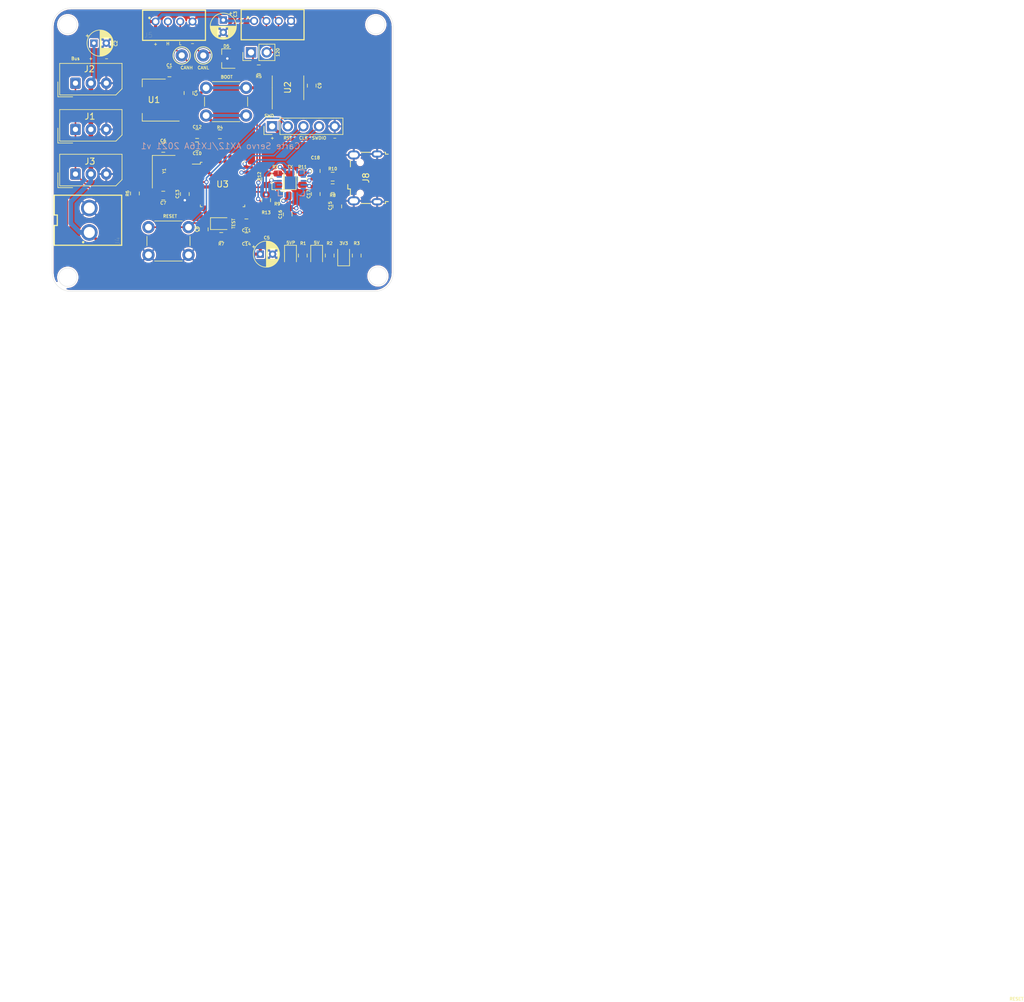
<source format=kicad_pcb>
(kicad_pcb (version 20171130) (host pcbnew "(5.1.6)-1")
  (layers (0 F.Cu signal) (31 B.Cu signal) (34 B.Paste user) (35 F.Paste user) (36 B.SilkS user) (37 F.SilkS user) (38 B.Mask user) (39 F.Mask user) (44 Edge.Cuts user))
  (net 0 "")
  (net 1 GND)
  (net 2 +5V)
  (net 3 +5VP)
  (net 4 +3V3)
  (net 5 "Net-(C6-Pad1)")
  (net 6 "Net-(C7-Pad1)")
  (net 7 RST)
  (net 8 5VUSB)
  (net 9 "Net-(C16-Pad1)")
  (net 10 USB_DMo)
  (net 11 USB_DPO)
  (net 12 "Net-(D1-Pad1)")
  (net 13 "Net-(D2-Pad1)")
  (net 14 "Net-(D3-Pad1)")
  (net 15 "Net-(D4-Pad2)")
  (net 16 "Net-(D4-Pad1)")
  (net 17 CANH)
  (net 18 CANL)
  (net 19 "Net-(D6-Pad1)")
  (net 20 "Net-(D7-Pad1)")
  (net 21 SERVO_BUS)
  (net 22 SWDCLK)
  (net 23 SWDIO)
  (net 24 USB_DM)
  (net 25 USB_DP)
  (net 26 "Net-(J8-Pad4)")
  (net 27 "Net-(JP1-Pad1)")
  (net 28 "Net-(R4-Pad2)")
  (net 29 "Net-(R9-Pad1)")
  (net 30 "Net-(R11-Pad2)")
  (net 31 CAN_TX)
  (net 32 CAN_RX)
  (net 33 "Net-(U2-Pad5)")
  (net 34 "Net-(U2-Pad8)")
  (net 35 "Net-(U3-Pad6)")
  (net 36 "Net-(U3-Pad7)")
  (net 37 "Net-(U3-Pad10)")
  (net 38 "Net-(U3-Pad11)")
  (net 39 "Net-(U3-Pad12)")
  (net 40 "Net-(U3-Pad14)")
  (net 41 "Net-(U3-Pad15)")
  (net 42 "Net-(U3-Pad18)")
  (net 43 RXD)
  (net 44 TXD)
  (net 45 "Net-(U3-Pad25)")
  (net 46 "Net-(U3-Pad26)")
  (net 47 "Net-(U3-Pad27)")
  (net 48 "Net-(U3-Pad28)")
  (net 49 "Net-(U3-Pad29)")
  (net 50 "Net-(U3-Pad30)")
  (net 51 "Net-(U4-Pad4)")
  (net 52 "Net-(U4-Pad12)")
  (net 53 "Net-(U4-Pad14)")
  (net 54 "Net-(U4-Pad16)")
  (module Package_DFN_QFN:QFN-16-1EP_4x4mm_P0.65mm_EP2.1x2.1mm (layer B.Cu) (at 150.275 127.675 270)
    (fp_text reference Ue hide)
    (fp_text value FT230XQ)
    (pad 1 smd roundrect (at -1.95 0.975 270) (size 0.85 0.3) (layers B.Cu B.Paste B.Mask) (net 9 "Net-(C16-Pad1)"))
    (pad 2 smd roundrect (at -1.95 0.325 270) (size 0.85 0.3) (layers B.Cu B.Paste B.Mask) (net 43 RXD))
    (pad 3 smd roundrect (at -1.95 -0.325 270) (size 0.85 0.3) (layers B.Cu B.Paste B.Mask) (net 1 GND))
    (pad 4 smd roundrect (at -1.95 -0.975 270) (size 0.85 0.3) (layers B.Cu B.Paste B.Mask) (net 51 "Net-(U4-Pad4)"))
    (pad 5 smd roundrect (at -0.975 -1.95 270) (size 0.3 0.85) (layers B.Cu B.Paste B.Mask) (net 30 "Net-(R11-Pad2)"))
    (pad 6 smd roundrect (at -0.325 -1.95 270) (size 0.3 0.85) (layers B.Cu B.Paste B.Mask) (net 11 USB_DPO))
    (pad 7 smd roundrect (at 0.325 -1.95 270) (size 0.3 0.85) (layers B.Cu B.Paste B.Mask) (net 10 USB_DMo))
    (pad 8 smd roundrect (at 0.975 -1.95 270) (size 0.3 0.85) (layers B.Cu B.Paste B.Mask) (net 9 "Net-(C16-Pad1)"))
    (pad 9 smd roundrect (at 1.95 -0.975 270) (size 0.85 0.3) (layers B.Cu B.Paste B.Mask) (net 9 "Net-(C16-Pad1)"))
    (pad 10 smd roundrect (at 1.95 -0.325 270) (size 0.85 0.3) (layers B.Cu B.Paste B.Mask) (net 8 5VUSB))
    (pad 11 smd roundrect (at 1.95 0.325 270) (size 0.85 0.3) (layers B.Cu B.Paste B.Mask) (net 29 "Net-(R9-Pad1)"))
    (pad 12 smd roundrect (at 1.95 0.975 270) (size 0.85 0.3) (layers B.Cu B.Paste B.Mask) (net 52 "Net-(U4-Pad12)"))
    (pad 13 smd roundrect (at 0.975 1.95 270) (size 0.3 0.85) (layers B.Cu B.Paste B.Mask) (net 1 GND))
    (pad 14 smd roundrect (at 0.325 1.95 270) (size 0.3 0.85) (layers B.Cu B.Paste B.Mask) (net 53 "Net-(U4-Pad14)"))
    (pad 15 smd roundrect (at -0.325 1.95 270) (size 0.3 0.85) (layers B.Cu B.Paste B.Mask) (net 44 TXD))
    (pad 16 smd roundrect (at -0.975 1.95 270) (size 0.3 0.85) (layers B.Cu B.Paste B.Mask) (net 54 "Net-(U4-Pad16)"))
    (pad 17 smd rect (at 0 0 270) (size 2.1 2.1) (layers B.Cu B.Mask) (net 1 GND))
  )
  (module Connector_USB:USB_Micro-B_Wuerth_629105150521 (layer F.Cu) (at 162.275 126.875 90)
    (fp_text reference J8 (at 0 0.125 90) (layer F.SilkS))
    (fp_text value USB_B_Micro)
    (pad 1 smd rect (at -1.3 -1.9 90) (size 0.45 1.3) (layers F.Cu F.Paste F.Mask) (net 8 5VUSB))
    (pad 2 smd rect (at -0.65 -1.9 90) (size 0.45 1.3) (layers F.Cu F.Paste F.Mask) (net 24 USB_DM))
    (pad 3 smd rect (at 0 -1.9 90) (size 0.45 1.3) (layers F.Cu F.Paste F.Mask) (net 25 USB_DP))
    (pad 4 smd rect (at 0.65 -1.9 90) (size 0.45 1.3) (layers F.Cu F.Paste F.Mask) (net 26 "Net-(J8-Pad4)"))
    (pad 5 smd rect (at 1.3 -1.9 90) (size 0.45 1.3) (layers F.Cu F.Paste F.Mask) (net 1 GND))
    (pad 6 thru_hole oval (at -3.725 -1.85 90) (size 1.45 2) (drill oval 0.85 1.4) (layers *.Cu *.Mask) (net 1 GND))
    (pad 6 thru_hole oval (at 3.725 -1.85 90) (size 1.45 2) (drill oval 0.85 1.4) (layers *.Cu *.Mask) (net 1 GND))
    (pad 6 thru_hole oval (at -3.875 1.95 90) (size 1.15 1.8) (drill oval 0.55 1.2) (layers *.Cu *.Mask) (net 1 GND))
    (pad 6 thru_hole oval (at 3.875 1.95 90) (size 1.15 1.8) (drill oval 0.55 1.2) (layers *.Cu *.Mask) (net 1 GND))
    (pad "" np_thru_hole oval (at -2.5 -0.8 90) (size 0.8 0.8) (drill 0.8) (layers *.Cu *.Mask))
    (pad "" np_thru_hole oval (at 2.5 -0.8 90) (size 0.8 0.8) (drill 0.8) (layers *.Cu *.Mask))
  )
  (module "" (layer F.Cu) (at 147.2 120.45)
    (fp_text reference "" (at 120.9 139.6) (layer F.SilkS) (effects (font (size 1.27 1.27))))
    (fp_text value "" (at 120.9 139.6) (layer F.SilkS) (effects (font (size 1.27 1.27))))
    (fp_text user RESET (at 120.8 139.7) (layer F.SilkS) (effects (font (size 0.5 0.5) (thickness 0.1))))
  )
  (module AREA_lib_Connector:Wuerth_3.96mm_2pin_645002114822 (layer F.Cu) (at 117 133.75 270)
    (fp_text reference J4 (at 3.4 -5.1 90) (layer F.SilkS) (effects (font (size 0.8 0.8) (thickness 0.015))))
    (fp_text value Conn_01x02_Male)
    (pad 2 thru_hole circle (at -1.98 -0.5 270) (size 2.7 2.7) (drill 1.8) (layers *.Cu *.Mask) (net 1 GND))
    (pad 1 thru_hole circle (at 1.98 -0.5 270) (size 2.7 2.7) (drill 1.8) (layers *.Cu *.Mask) (net 3 +5VP))
  )
  (module Resistor_SMD:R_0805_2012Metric (layer F.Cu) (at 146.2 130.5 270)
    (fp_text reference R13 (at 2 0 180) (layer F.SilkS) (effects (font (size 0.5 0.5) (thickness 0.1))))
    (fp_text value 10k)
    (pad 2 smd roundrect (at 0.9375 0 270) (size 0.975 1.4) (layers F.Cu F.Paste F.Mask) (net 9 "Net-(C16-Pad1)"))
    (pad 1 smd roundrect (at -0.9375 0 270) (size 0.975 1.4) (layers F.Cu F.Paste F.Mask) (net 43 RXD))
  )
  (module Resistor_SMD:R_0805_2012Metric (layer F.Cu) (at 146.2 127.1 90)
    (fp_text reference R12 (at 0.5 -1.1 90) (layer F.SilkS) (effects (font (size 0.5 0.5) (thickness 0.1))))
    (fp_text value 10k)
    (pad 2 smd roundrect (at 0.9375 0 90) (size 0.975 1.4) (layers F.Cu F.Paste F.Mask) (net 9 "Net-(C16-Pad1)"))
    (pad 1 smd roundrect (at -0.9375 0 90) (size 0.975 1.4) (layers F.Cu F.Paste F.Mask) (net 44 TXD))
  )
  (module Resistor_SMD:R_0805_2012Metric (layer F.Cu) (at 157 126.675)
    (fp_text reference R10 (at 0 -1.275) (layer F.SilkS) (effects (font (size 0.5 0.5) (thickness 0.1))))
    (fp_text value 270)
    (pad 1 smd roundrect (at -0.9375 0) (size 0.975 1.4) (layers F.Cu F.Paste F.Mask) (net 11 USB_DPO))
    (pad 2 smd roundrect (at 0.9375 0) (size 0.975 1.4) (layers F.Cu F.Paste F.Mask) (net 25 USB_DP))
  )
  (module Package_TO_SOT_SMD:SOT-223-3_TabPin2 (layer F.Cu) (at 128 114.25 180)
    (fp_text reference U1 (at 0 0.05) (layer F.SilkS))
    (fp_text value NCP1117-3.3_SOT223)
    (pad 2 smd rect (at 3.15 0 180) (size 2 3.8) (layers F.Cu F.Paste F.Mask) (net 4 +3V3))
    (pad 2 smd rect (at -3.15 0 180) (size 2 1.5) (layers F.Cu F.Paste F.Mask) (net 4 +3V3))
    (pad 3 smd rect (at -3.15 2.3 180) (size 2 1.5) (layers F.Cu F.Paste F.Mask) (net 2 +5V))
    (pad 1 smd rect (at -3.15 -2.3 180) (size 2 1.5) (layers F.Cu F.Paste F.Mask) (net 1 GND))
  )
  (module Capacitor_SMD:C_0805_2012Metric_Pad1.15x1.40mm_HandSolder (layer F.Cu) (at 130.5 109.75 180)
    (fp_text reference C1 (at 0 1.15) (layer F.SilkS) (effects (font (size 0.5 0.5) (thickness 0.1))))
    (fp_text value 10µF)
    (pad 2 smd roundrect (at 1.025 0 180) (size 1.15 1.4) (layers F.Cu F.Paste F.Mask) (roundrect_rratio 0.217391) (net 1 GND))
    (pad 1 smd roundrect (at -1.025 0 180) (size 1.15 1.4) (layers F.Cu F.Paste F.Mask) (roundrect_rratio 0.217391) (net 2 +5V))
  )
  (module Capacitor_SMD:C_0805_2012Metric_Pad1.15x1.40mm_HandSolder (layer F.Cu) (at 133.6 113.1 90)
    (fp_text reference C4 (at 0 1.2 270) (layer F.SilkS) (effects (font (size 0.5 0.5) (thickness 0.1))))
    (fp_text value 10µF)
    (pad 2 smd roundrect (at 1.025 0 90) (size 1.15 1.4) (layers F.Cu F.Paste F.Mask) (roundrect_rratio 0.217391) (net 1 GND))
    (pad 1 smd roundrect (at -1.025 0 90) (size 1.15 1.4) (layers F.Cu F.Paste F.Mask) (roundrect_rratio 0.217391) (net 4 +3V3))
  )
  (module Capacitor_SMD:C_0805_2012Metric_Pad1.15x1.40mm_HandSolder (layer F.Cu) (at 129.5 122)
    (fp_text reference C6 (at 0 -1.15) (layer F.SilkS) (effects (font (size 0.5 0.5) (thickness 0.1))))
    (fp_text value 18pF)
    (pad 1 smd roundrect (at -1.025 0) (size 1.15 1.4) (layers F.Cu F.Paste F.Mask) (roundrect_rratio 0.217391) (net 5 "Net-(C6-Pad1)"))
    (pad 2 smd roundrect (at 1.025 0) (size 1.15 1.4) (layers F.Cu F.Paste F.Mask) (roundrect_rratio 0.217391) (net 1 GND))
  )
  (module Capacitor_SMD:C_0805_2012Metric_Pad1.15x1.40mm_HandSolder (layer F.Cu) (at 129.5 129.75 180)
    (fp_text reference C7 (at 0 -1.2) (layer F.SilkS) (effects (font (size 0.5 0.5) (thickness 0.1))))
    (fp_text value 18pF)
    (pad 2 smd roundrect (at 1.025 0 180) (size 1.15 1.4) (layers F.Cu F.Paste F.Mask) (roundrect_rratio 0.217391) (net 1 GND))
    (pad 1 smd roundrect (at -1.025 0 180) (size 1.15 1.4) (layers F.Cu F.Paste F.Mask) (roundrect_rratio 0.217391) (net 6 "Net-(C7-Pad1)"))
  )
  (module Capacitor_SMD:C_0805_2012Metric_Pad1.15x1.40mm_HandSolder (layer F.Cu) (at 136.075 135.225 90)
    (fp_text reference C8 (at 0.025 -1.075 90) (layer F.SilkS) (effects (font (size 0.5 0.5) (thickness 0.1))))
    (fp_text value 0.1µF)
    (pad 2 smd roundrect (at 1.025 0 90) (size 1.15 1.4) (layers F.Cu F.Paste F.Mask) (roundrect_rratio 0.217391) (net 7 RST))
    (pad 1 smd roundrect (at -1.025 0 90) (size 1.15 1.4) (layers F.Cu F.Paste F.Mask) (roundrect_rratio 0.217391) (net 1 GND))
  )
  (module Capacitor_SMD:C_0805_2012Metric_Pad1.15x1.40mm_HandSolder (layer F.Cu) (at 153.6 111.9 90)
    (fp_text reference C9 (at 0 1.3 90) (layer F.SilkS) (effects (font (size 0.5 0.5) (thickness 0.1))))
    (fp_text value 100nF)
    (pad 1 smd roundrect (at -1.025 0 90) (size 1.15 1.4) (layers F.Cu F.Paste F.Mask) (roundrect_rratio 0.217391) (net 4 +3V3))
    (pad 2 smd roundrect (at 1.025 0 90) (size 1.15 1.4) (layers F.Cu F.Paste F.Mask) (roundrect_rratio 0.217391) (net 1 GND))
  )
  (module Capacitor_SMD:C_0805_2012Metric_Pad1.15x1.40mm_HandSolder (layer F.Cu) (at 134.975 121.75)
    (fp_text reference C10 (at 0.025 1.15) (layer F.SilkS) (effects (font (size 0.5 0.5) (thickness 0.1))))
    (fp_text value 4.7µF)
    (pad 1 smd roundrect (at -1.025 0) (size 1.15 1.4) (layers F.Cu F.Paste F.Mask) (roundrect_rratio 0.217391) (net 4 +3V3))
    (pad 2 smd roundrect (at 1.025 0) (size 1.15 1.4) (layers F.Cu F.Paste F.Mask) (roundrect_rratio 0.217391) (net 1 GND))
  )
  (module Capacitor_SMD:C_0805_2012Metric_Pad1.15x1.40mm_HandSolder (layer F.Cu) (at 143 134.25 180)
    (fp_text reference C11 (at 0 -1.15) (layer F.SilkS) (effects (font (size 0.5 0.5) (thickness 0.1))))
    (fp_text value 4.7µF)
    (pad 2 smd roundrect (at 1.025 0 180) (size 1.15 1.4) (layers F.Cu F.Paste F.Mask) (roundrect_rratio 0.217391) (net 1 GND))
    (pad 1 smd roundrect (at -1.025 0 180) (size 1.15 1.4) (layers F.Cu F.Paste F.Mask) (roundrect_rratio 0.217391) (net 4 +3V3))
  )
  (module Capacitor_SMD:C_0805_2012Metric_Pad1.15x1.40mm_HandSolder (layer F.Cu) (at 135 119.75)
    (fp_text reference C12 (at 0 -1.15) (layer F.SilkS) (effects (font (size 0.5 0.5) (thickness 0.1))))
    (fp_text value 100nF)
    (pad 1 smd roundrect (at -1.025 0) (size 1.15 1.4) (layers F.Cu F.Paste F.Mask) (roundrect_rratio 0.217391) (net 4 +3V3))
    (pad 2 smd roundrect (at 1.025 0) (size 1.15 1.4) (layers F.Cu F.Paste F.Mask) (roundrect_rratio 0.217391) (net 1 GND))
  )
  (module Capacitor_SMD:C_0805_2012Metric_Pad1.15x1.40mm_HandSolder (layer F.Cu) (at 133 129.5 270)
    (fp_text reference C13 (at 0 1.2 90) (layer F.SilkS) (effects (font (size 0.5 0.5) (thickness 0.1))))
    (fp_text value 100nF)
    (pad 2 smd roundrect (at 1.025 0 270) (size 1.15 1.4) (layers F.Cu F.Paste F.Mask) (roundrect_rratio 0.217391) (net 1 GND))
    (pad 1 smd roundrect (at -1.025 0 270) (size 1.15 1.4) (layers F.Cu F.Paste F.Mask) (roundrect_rratio 0.217391) (net 4 +3V3))
  )
  (module Capacitor_SMD:C_0805_2012Metric_Pad1.15x1.40mm_HandSolder (layer F.Cu) (at 143 136.5 180)
    (fp_text reference C14 (at 0 -1.1) (layer F.SilkS) (effects (font (size 0.5 0.5) (thickness 0.1))))
    (fp_text value 1µF)
    (pad 1 smd roundrect (at -1.025 0 180) (size 1.15 1.4) (layers F.Cu F.Paste F.Mask) (roundrect_rratio 0.217391) (net 4 +3V3))
    (pad 2 smd roundrect (at 1.025 0 180) (size 1.15 1.4) (layers F.Cu F.Paste F.Mask) (roundrect_rratio 0.217391) (net 1 GND))
  )
  (module Capacitor_SMD:C_0805_2012Metric_Pad1.15x1.40mm_HandSolder (layer F.Cu) (at 157.75 131.5 270)
    (fp_text reference C15 (at -0.1 1.15 90) (layer F.SilkS) (effects (font (size 0.5 0.5) (thickness 0.1))))
    (fp_text value 10nF)
    (pad 2 smd roundrect (at 1.025 0 270) (size 1.15 1.4) (layers F.Cu F.Paste F.Mask) (roundrect_rratio 0.217391) (net 1 GND))
    (pad 1 smd roundrect (at -1.025 0 270) (size 1.15 1.4) (layers F.Cu F.Paste F.Mask) (roundrect_rratio 0.217391) (net 8 5VUSB))
  )
  (module Capacitor_SMD:C_0805_2012Metric_Pad1.15x1.40mm_HandSolder (layer F.Cu) (at 149.7 132.8 270)
    (fp_text reference C16 (at 0 1.2 90) (layer F.SilkS) (effects (font (size 0.5 0.5) (thickness 0.1))))
    (fp_text value 100nF)
    (pad 1 smd roundrect (at -1.025 0 270) (size 1.15 1.4) (layers F.Cu F.Paste F.Mask) (roundrect_rratio 0.217391) (net 9 "Net-(C16-Pad1)"))
    (pad 2 smd roundrect (at 1.025 0 270) (size 1.15 1.4) (layers F.Cu F.Paste F.Mask) (roundrect_rratio 0.217391) (net 1 GND))
  )
  (module Capacitor_SMD:C_0805_2012Metric_Pad1.15x1.40mm_HandSolder (layer F.Cu) (at 154.25 129.5 270)
    (fp_text reference C17 (at 0 1.15 90) (layer F.SilkS) (effects (font (size 0.5 0.5) (thickness 0.1))))
    (fp_text value 47pF)
    (pad 2 smd roundrect (at 1.025 0 270) (size 1.15 1.4) (layers F.Cu F.Paste F.Mask) (roundrect_rratio 0.217391) (net 1 GND))
    (pad 1 smd roundrect (at -1.025 0 270) (size 1.15 1.4) (layers F.Cu F.Paste F.Mask) (roundrect_rratio 0.217391) (net 10 USB_DMo))
  )
  (module Capacitor_SMD:C_0805_2012Metric_Pad1.15x1.40mm_HandSolder (layer F.Cu) (at 154.25 125.75 90)
    (fp_text reference C18 (at 2.15 -0.05 180) (layer F.SilkS) (effects (font (size 0.5 0.5) (thickness 0.1))))
    (fp_text value 47pF)
    (pad 1 smd roundrect (at -1.025 0 90) (size 1.15 1.4) (layers F.Cu F.Paste F.Mask) (roundrect_rratio 0.217391) (net 11 USB_DPO))
    (pad 2 smd roundrect (at 1.025 0 90) (size 1.15 1.4) (layers F.Cu F.Paste F.Mask) (roundrect_rratio 0.217391) (net 1 GND))
  )
  (module LED_SMD:LED_0805_2012Metric (layer F.Cu) (at 150.15 139.5 270)
    (fp_text reference 5VP (at -2.1 -0.05 180) (layer F.SilkS) (effects (font (size 0.5 0.5) (thickness 0.1))))
    (fp_text value 5vpLED)
    (pad 1 smd roundrect (at -0.9375 0 270) (size 0.975 1.4) (layers F.Cu F.Paste F.Mask) (net 12 "Net-(D1-Pad1)"))
    (pad 2 smd roundrect (at 0.9375 0 270) (size 0.975 1.4) (layers F.Cu F.Paste F.Mask) (net 3 +5VP))
  )
  (module LED_SMD:LED_0805_2012Metric (layer F.Cu) (at 154.4 139.5 270)
    (fp_text reference 5V (at -2.1 0 180) (layer F.SilkS) (effects (font (size 0.5 0.5) (thickness 0.1))))
    (fp_text value 5vpLED)
    (pad 2 smd roundrect (at 0.9375 0 270) (size 0.975 1.4) (layers F.Cu F.Paste F.Mask) (net 2 +5V))
    (pad 1 smd roundrect (at -0.9375 0 270) (size 0.975 1.4) (layers F.Cu F.Paste F.Mask) (net 13 "Net-(D2-Pad1)"))
  )
  (module LED_SMD:LED_0805_2012Metric (layer F.Cu) (at 158.780001 139.46 90)
    (fp_text reference 3V3 (at 1.96 0.019999 180) (layer F.SilkS) (effects (font (size 0.5 0.5) (thickness 0.1))))
    (fp_text value 5vpLED)
    (pad 1 smd roundrect (at -0.9375 0 90) (size 0.975 1.4) (layers F.Cu F.Paste F.Mask) (net 14 "Net-(D3-Pad1)"))
    (pad 2 smd roundrect (at 0.9375 0 90) (size 0.975 1.4) (layers F.Cu F.Paste F.Mask) (net 4 +3V3))
  )
  (module LED_SMD:LED_0805_2012Metric (layer F.Cu) (at 138.85 134.3)
    (fp_text reference TEST (at 2.05 0 90) (layer F.SilkS) (effects (font (size 0.5 0.5) (thickness 0.1))))
    (fp_text value TST_LED)
    (pad 2 smd roundrect (at 0.9375 0) (size 0.975 1.4) (layers F.Cu F.Paste F.Mask) (net 15 "Net-(D4-Pad2)"))
    (pad 1 smd roundrect (at -0.9375 0) (size 0.975 1.4) (layers F.Cu F.Paste F.Mask) (net 16 "Net-(D4-Pad1)"))
  )
  (module Package_TO_SOT_SMD:SOT-23 (layer F.Cu) (at 139.75 107.5 180)
    (fp_text reference D5 (at 0 2) (layer F.SilkS) (effects (font (size 0.5 0.5) (thickness 0.1))))
    (fp_text value D_TVS_x2_AAC)
    (pad 1 smd rect (at -1 -0.95 180) (size 0.9 0.8) (layers F.Cu F.Paste F.Mask) (net 17 CANH))
    (pad 2 smd rect (at -1 0.95 180) (size 0.9 0.8) (layers F.Cu F.Paste F.Mask) (net 18 CANL))
    (pad 3 smd rect (at 1 0 180) (size 0.9 0.8) (layers F.Cu F.Paste F.Mask) (net 1 GND))
  )
  (module LED_SMD:LED_0805_2012Metric (layer F.Cu) (at 148.1 127.1 90)
    (fp_text reference RX (at 2 -0.4 180) (layer F.SilkS) (effects (font (size 0.5 0.5) (thickness 0.1))))
    (fp_text value RX_LED)
    (pad 1 smd roundrect (at -0.9375 0 90) (size 0.975 1.4) (layers F.Cu F.Paste F.Mask) (net 19 "Net-(D6-Pad1)"))
    (pad 2 smd roundrect (at 0.9375 0 90) (size 0.975 1.4) (layers F.Cu F.Paste F.Mask) (net 9 "Net-(C16-Pad1)"))
  )
  (module LED_SMD:LED_0805_2012Metric (layer F.Cu) (at 150.1 127.1 90)
    (fp_text reference TX (at 2 0 180) (layer F.SilkS) (effects (font (size 0.5 0.5) (thickness 0.1))))
    (fp_text value TX_LED)
    (pad 2 smd roundrect (at 0.9375 0 90) (size 0.975 1.4) (layers F.Cu F.Paste F.Mask) (net 9 "Net-(C16-Pad1)"))
    (pad 1 smd roundrect (at -0.9375 0 90) (size 0.975 1.4) (layers F.Cu F.Paste F.Mask) (net 20 "Net-(D7-Pad1)"))
  )
  (module Connector_Molex:Molex_SPOX_5267-03A_1x03_P2.50mm_Vertical (layer F.Cu) (at 115.25 119)
    (fp_text reference J1 (at 2.35 -2.1) (layer F.SilkS))
    (fp_text value Conn_01x03_Male)
    (pad 1 thru_hole roundrect (at 0 0) (size 1.7 1.85) (drill 0.85) (layers *.Cu *.Mask) (roundrect_rratio 0.147059) (net 21 SERVO_BUS))
    (pad 2 thru_hole oval (at 2.5 0) (size 1.7 1.85) (drill 0.85) (layers *.Cu *.Mask) (net 3 +5VP))
    (pad 3 thru_hole oval (at 5 0) (size 1.7 1.85) (drill 0.85) (layers *.Cu *.Mask) (net 1 GND))
  )
  (module Connector_Molex:Molex_SPOX_5267-03A_1x03_P2.50mm_Vertical (layer F.Cu) (at 115.25 111.5)
    (fp_text reference J2 (at 2.25 -2.3) (layer F.SilkS))
    (fp_text value Conn_01x03_Male)
    (pad 1 thru_hole roundrect (at 0 0) (size 1.7 1.85) (drill 0.85) (layers *.Cu *.Mask) (roundrect_rratio 0.147059) (net 21 SERVO_BUS))
    (pad 2 thru_hole oval (at 2.5 0) (size 1.7 1.85) (drill 0.85) (layers *.Cu *.Mask) (net 3 +5VP))
    (pad 3 thru_hole oval (at 5 0) (size 1.7 1.85) (drill 0.85) (layers *.Cu *.Mask) (net 1 GND))
  )
  (module Connector_Molex:Molex_SPOX_5267-03A_1x03_P2.50mm_Vertical (layer F.Cu) (at 115.25 126.25)
    (fp_text reference J3 (at 2.35 -2.05) (layer F.SilkS))
    (fp_text value Conn_01x03_Male)
    (pad 3 thru_hole oval (at 5 0) (size 1.7 1.85) (drill 0.85) (layers *.Cu *.Mask) (net 1 GND))
    (pad 2 thru_hole oval (at 2.5 0) (size 1.7 1.85) (drill 0.85) (layers *.Cu *.Mask) (net 3 +5VP))
    (pad 1 thru_hole roundrect (at 0 0) (size 1.7 1.85) (drill 0.85) (layers *.Cu *.Mask) (roundrect_rratio 0.147059) (net 21 SERVO_BUS))
  )
  (module AREA_lib_Connector:Wuerth_2mm_4pin_62000411622 (layer F.Cu) (at 131.25 102.1 180)
    (fp_text reference J5 (at 4.15 -1.6) (layer F.SilkS) (effects (font (size 0.8 0.8) (thickness 0.015))))
    (fp_text value Conn_01x04_Male)
    (pad 1 thru_hole circle (at 3 0.6 180) (size 1.308 1.308) (drill 0.8) (layers *.Cu *.Mask) (net 2 +5V))
    (pad 2 thru_hole circle (at 1 0.6 180) (size 1.308 1.308) (drill 0.8) (layers *.Cu *.Mask) (net 17 CANH))
    (pad 3 thru_hole circle (at -1 0.6 180) (size 1.308 1.308) (drill 0.8) (layers *.Cu *.Mask) (net 18 CANL))
    (pad 4 thru_hole circle (at -3 0.6 180) (size 1.308 1.308) (drill 0.8) (layers *.Cu *.Mask) (net 1 GND))
  )
  (module AREA_lib_Connector:Wuerth_2mm_4pin_62000411622 (layer F.Cu) (at 147.25 102 180)
    (fp_text reference J6 (at 8.525 -1.258) (layer F.SilkS) (effects (font (size 0.8 0.8) (thickness 0.015))))
    (fp_text value Conn_01x04_Male)
    (pad 4 thru_hole circle (at -3 0.6 180) (size 1.308 1.308) (drill 0.8) (layers *.Cu *.Mask) (net 1 GND))
    (pad 3 thru_hole circle (at -1 0.6 180) (size 1.308 1.308) (drill 0.8) (layers *.Cu *.Mask) (net 18 CANL))
    (pad 2 thru_hole circle (at 1 0.6 180) (size 1.308 1.308) (drill 0.8) (layers *.Cu *.Mask) (net 17 CANH))
    (pad 1 thru_hole circle (at 3 0.6 180) (size 1.308 1.308) (drill 0.8) (layers *.Cu *.Mask) (net 2 +5V))
  )
  (module Connector_PinHeader_2.54mm:PinHeader_1x05_P2.54mm_Vertical (layer F.Cu) (at 147.17 118.5 90)
    (fp_text reference SWD (at 1.7 -0.47 180) (layer F.SilkS) (effects (font (size 0.5 0.5) (thickness 0.1))))
    (fp_text value Conn_01x05_Male)
    (pad 1 thru_hole rect (at 0 0 90) (size 1.7 1.7) (drill 1) (layers *.Cu *.Mask) (net 4 +3V3))
    (pad 2 thru_hole oval (at 0 2.54 90) (size 1.7 1.7) (drill 1) (layers *.Cu *.Mask) (net 7 RST))
    (pad 3 thru_hole oval (at 0 5.08 90) (size 1.7 1.7) (drill 1) (layers *.Cu *.Mask) (net 22 SWDCLK))
    (pad 4 thru_hole oval (at 0 7.62 90) (size 1.7 1.7) (drill 1) (layers *.Cu *.Mask) (net 23 SWDIO))
    (pad 5 thru_hole oval (at 0 10.16 90) (size 1.7 1.7) (drill 1) (layers *.Cu *.Mask) (net 1 GND))
  )
  (module Connector_PinHeader_2.54mm:PinHeader_1x02_P2.54mm_Vertical (layer F.Cu) (at 143.75 106.5 90)
    (fp_text reference 120 (at 0 4.35 270) (layer F.SilkS) (effects (font (size 0.5 0.5) (thickness 0.1))))
    (fp_text value Jumper_2_Open)
    (pad 1 thru_hole rect (at 0 0 90) (size 1.7 1.7) (drill 1) (layers *.Cu *.Mask) (net 27 "Net-(JP1-Pad1)"))
    (pad 2 thru_hole oval (at 0 2.54 90) (size 1.7 1.7) (drill 1) (layers *.Cu *.Mask) (net 18 CANL))
  )
  (module Resistor_SMD:R_0805_2012Metric (layer F.Cu) (at 152.15 139.48 90)
    (fp_text reference R1 (at 1.98 0.05 180) (layer F.SilkS) (effects (font (size 0.5 0.5) (thickness 0.1))))
    (fp_text value 270)
    (pad 1 smd roundrect (at -0.9375 0 90) (size 0.975 1.4) (layers F.Cu F.Paste F.Mask) (net 1 GND))
    (pad 2 smd roundrect (at 0.9375 0 90) (size 0.975 1.4) (layers F.Cu F.Paste F.Mask) (net 12 "Net-(D1-Pad1)"))
  )
  (module Resistor_SMD:R_0805_2012Metric (layer F.Cu) (at 156.515001 139.48 90)
    (fp_text reference R2 (at 1.98 -0.015001 180) (layer F.SilkS) (effects (font (size 0.5 0.5) (thickness 0.1))))
    (fp_text value 270)
    (pad 2 smd roundrect (at 0.9375 0 90) (size 0.975 1.4) (layers F.Cu F.Paste F.Mask) (net 13 "Net-(D2-Pad1)"))
    (pad 1 smd roundrect (at -0.9375 0 90) (size 0.975 1.4) (layers F.Cu F.Paste F.Mask) (net 1 GND))
  )
  (module Resistor_SMD:R_0805_2012Metric (layer F.Cu) (at 160.9 139.48 270)
    (fp_text reference R3 (at -1.98 0 180) (layer F.SilkS) (effects (font (size 0.5 0.5) (thickness 0.1))))
    (fp_text value 270)
    (pad 1 smd roundrect (at -0.9375 0 270) (size 0.975 1.4) (layers F.Cu F.Paste F.Mask) (net 1 GND))
    (pad 2 smd roundrect (at 0.9375 0 270) (size 0.975 1.4) (layers F.Cu F.Paste F.Mask) (net 14 "Net-(D3-Pad1)"))
  )
  (module Resistor_SMD:R_0805_2012Metric (layer F.Cu) (at 138.7 119.8 180)
    (fp_text reference R4 (at 0 1.1) (layer F.SilkS) (effects (font (size 0.5 0.5) (thickness 0.1))))
    (fp_text value 10k)
    (pad 2 smd roundrect (at 0.9375 0 180) (size 0.975 1.4) (layers F.Cu F.Paste F.Mask) (net 28 "Net-(R4-Pad2)"))
    (pad 1 smd roundrect (at -0.9375 0 180) (size 0.975 1.4) (layers F.Cu F.Paste F.Mask) (net 1 GND))
  )
  (module Resistor_SMD:R_0805_2012Metric (layer F.Cu) (at 145 109.25 180)
    (fp_text reference R5 (at 0 -1.15) (layer F.SilkS) (effects (font (size 0.5 0.5) (thickness 0.1))))
    (fp_text value 120)
    (pad 1 smd roundrect (at -0.9375 0 180) (size 0.975 1.4) (layers F.Cu F.Paste F.Mask) (net 17 CANH))
    (pad 2 smd roundrect (at 0.9375 0 180) (size 0.975 1.4) (layers F.Cu F.Paste F.Mask) (net 27 "Net-(JP1-Pad1)"))
  )
  (module Resistor_SMD:R_0805_2012Metric (layer F.Cu) (at 124.9 129.4 90)
    (fp_text reference R6 (at 0 -1.2 90) (layer F.SilkS) (effects (font (size 0.5 0.5) (thickness 0.1))))
    (fp_text value 1.5k)
    (pad 2 smd roundrect (at 0.9375 0 90) (size 0.975 1.4) (layers F.Cu F.Paste F.Mask) (net 4 +3V3))
    (pad 1 smd roundrect (at -0.9375 0 90) (size 0.975 1.4) (layers F.Cu F.Paste F.Mask) (net 21 SERVO_BUS))
  )
  (module Resistor_SMD:R_0805_2012Metric (layer F.Cu) (at 138.915001 136.465001)
    (fp_text reference R7 (at 0 1.134999) (layer F.SilkS) (effects (font (size 0.5 0.5) (thickness 0.1))))
    (fp_text value 270)
    (pad 1 smd roundrect (at -0.9375 0) (size 0.975 1.4) (layers F.Cu F.Paste F.Mask) (net 16 "Net-(D4-Pad1)"))
    (pad 2 smd roundrect (at 0.9375 0) (size 0.975 1.4) (layers F.Cu F.Paste F.Mask) (net 1 GND))
  )
  (module Resistor_SMD:R_0805_2012Metric (layer F.Cu) (at 157 128.55)
    (fp_text reference R8 (at 0 1.15) (layer F.SilkS) (effects (font (size 0.5 0.5) (thickness 0.1))))
    (fp_text value 270)
    (pad 2 smd roundrect (at 0.9375 0) (size 0.975 1.4) (layers F.Cu F.Paste F.Mask) (net 24 USB_DM))
    (pad 1 smd roundrect (at -0.9375 0) (size 0.975 1.4) (layers F.Cu F.Paste F.Mask) (net 10 USB_DMo))
  )
  (module Resistor_SMD:R_0805_2012Metric (layer F.Cu) (at 148.9 129.8 180)
    (fp_text reference R9 (at 0.9 -1.3) (layer F.SilkS) (effects (font (size 0.5 0.5) (thickness 0.1))))
    (fp_text value 270)
    (pad 2 smd roundrect (at 0.9375 0 180) (size 0.975 1.4) (layers F.Cu F.Paste F.Mask) (net 19 "Net-(D6-Pad1)"))
    (pad 1 smd roundrect (at -0.9375 0 180) (size 0.975 1.4) (layers F.Cu F.Paste F.Mask) (net 29 "Net-(R9-Pad1)"))
  )
  (module Resistor_SMD:R_0805_2012Metric (layer F.Cu) (at 152.1 127.0625 90)
    (fp_text reference R11 (at 1.9625 0 180) (layer F.SilkS) (effects (font (size 0.5 0.5) (thickness 0.1))))
    (fp_text value 270)
    (pad 1 smd roundrect (at -0.9375 0 90) (size 0.975 1.4) (layers F.Cu F.Paste F.Mask) (net 20 "Net-(D7-Pad1)"))
    (pad 2 smd roundrect (at 0.9375 0 90) (size 0.975 1.4) (layers F.Cu F.Paste F.Mask) (net 30 "Net-(R11-Pad2)"))
  )
  (module Button_Switch_THT:SW_PUSH_6mm (layer F.Cu) (at 127.1 134.875)
    (fp_text reference RESET (at 3.5 -1.775) (layer F.SilkS) (effects (font (size 0.5 0.5) (thickness 0.1))))
    (fp_text value RST_Push)
    (pad 2 thru_hole circle (at 0 4.5 90) (size 2 2) (drill 1.1) (layers *.Cu *.Mask) (net 1 GND))
    (pad 1 thru_hole circle (at 0 0 90) (size 2 2) (drill 1.1) (layers *.Cu *.Mask) (net 7 RST))
    (pad 2 thru_hole circle (at 6.5 4.5 90) (size 2 2) (drill 1.1) (layers *.Cu *.Mask) (net 1 GND))
    (pad 1 thru_hole circle (at 6.5 0 90) (size 2 2) (drill 1.1) (layers *.Cu *.Mask) (net 7 RST))
  )
  (module Button_Switch_THT:SW_PUSH_6mm (layer F.Cu) (at 136.45 112.25)
    (fp_text reference BOOT (at 3.35 -1.75) (layer F.SilkS) (effects (font (size 0.5 0.5) (thickness 0.1))))
    (fp_text value Boot_Switch)
    (pad 1 thru_hole circle (at 6.5 0 90) (size 2 2) (drill 1.1) (layers *.Cu *.Mask) (net 4 +3V3))
    (pad 2 thru_hole circle (at 6.5 4.5 90) (size 2 2) (drill 1.1) (layers *.Cu *.Mask) (net 28 "Net-(R4-Pad2)"))
    (pad 1 thru_hole circle (at 0 0 90) (size 2 2) (drill 1.1) (layers *.Cu *.Mask) (net 4 +3V3))
    (pad 2 thru_hole circle (at 0 4.5 90) (size 2 2) (drill 1.1) (layers *.Cu *.Mask) (net 28 "Net-(R4-Pad2)"))
  )
  (module TestPoint:TestPoint_Keystone_5000-5004_Miniature (layer F.Cu) (at 132.5 107 90)
    (fp_text reference CANH (at -2 0.8 180) (layer F.SilkS) (effects (font (size 0.5 0.5) (thickness 0.1))))
    (fp_text value TestPoint)
    (pad 1 thru_hole circle (at 0 0 90) (size 2 2) (drill 1) (layers *.Cu *.Mask) (net 17 CANH))
  )
  (module TestPoint:TestPoint_Keystone_5000-5004_Miniature (layer F.Cu) (at 136 107)
    (fp_text reference CANL (at 0 2) (layer F.SilkS) (effects (font (size 0.5 0.5) (thickness 0.1))))
    (fp_text value TestPoint)
    (pad 1 thru_hole circle (at 0 0) (size 2 2) (drill 1) (layers *.Cu *.Mask) (net 18 CANL))
  )
  (module Package_SO:SOIC-8_3.9x4.9mm_P1.27mm (layer F.Cu) (at 149.75 112.25 90)
    (fp_text reference U2 (at 0.05 -0.05 90) (layer F.SilkS))
    (fp_text value SN65HVD232)
    (pad 1 smd roundrect (at -2.475 -1.905 90) (size 1.95 0.6) (layers F.Cu F.Paste F.Mask) (net 31 CAN_TX))
    (pad 2 smd roundrect (at -2.475 -0.635 90) (size 1.95 0.6) (layers F.Cu F.Paste F.Mask) (net 1 GND))
    (pad 3 smd roundrect (at -2.475 0.635 90) (size 1.95 0.6) (layers F.Cu F.Paste F.Mask) (net 4 +3V3))
    (pad 4 smd roundrect (at -2.475 1.905 90) (size 1.95 0.6) (layers F.Cu F.Paste F.Mask) (net 32 CAN_RX))
    (pad 5 smd roundrect (at 2.475 1.905 90) (size 1.95 0.6) (layers F.Cu F.Paste F.Mask) (net 33 "Net-(U2-Pad5)"))
    (pad 6 smd roundrect (at 2.475 0.635 90) (size 1.95 0.6) (layers F.Cu F.Paste F.Mask) (net 18 CANL))
    (pad 7 smd roundrect (at 2.475 -0.635 90) (size 1.95 0.6) (layers F.Cu F.Paste F.Mask) (net 17 CANH))
    (pad 8 smd roundrect (at 2.475 -1.905 90) (size 1.95 0.6) (layers F.Cu F.Paste F.Mask) (net 34 "Net-(U2-Pad8)"))
  )
  (module Package_QFP:LQFP-32_7x7mm_P0.8mm (layer F.Cu) (at 139.125 127.95)
    (fp_text reference U3 (at 0 -0.05) (layer F.SilkS))
    (fp_text value STM32F042K6Tx)
    (pad 1 smd roundrect (at -4.175 -2.8) (size 1.5 0.5) (layers F.Cu F.Paste F.Mask) (net 4 +3V3))
    (pad 2 smd roundrect (at -4.175 -2) (size 1.5 0.5) (layers F.Cu F.Paste F.Mask) (net 5 "Net-(C6-Pad1)"))
    (pad 3 smd roundrect (at -4.175 -1.2) (size 1.5 0.5) (layers F.Cu F.Paste F.Mask) (net 6 "Net-(C7-Pad1)"))
    (pad 4 smd roundrect (at -4.175 -0.4) (size 1.5 0.5) (layers F.Cu F.Paste F.Mask) (net 7 RST))
    (pad 5 smd roundrect (at -4.175 0.4) (size 1.5 0.5) (layers F.Cu F.Paste F.Mask) (net 4 +3V3))
    (pad 6 smd roundrect (at -4.175 1.2) (size 1.5 0.5) (layers F.Cu F.Paste F.Mask) (net 35 "Net-(U3-Pad6)"))
    (pad 7 smd roundrect (at -4.175 2) (size 1.5 0.5) (layers F.Cu F.Paste F.Mask) (net 36 "Net-(U3-Pad7)"))
    (pad 8 smd roundrect (at -4.175 2.8) (size 1.5 0.5) (layers F.Cu F.Paste F.Mask) (net 21 SERVO_BUS))
    (pad 9 smd roundrect (at -2.8 4.175) (size 0.5 1.5) (layers F.Cu F.Paste F.Mask) (net 21 SERVO_BUS))
    (pad 10 smd roundrect (at -2 4.175) (size 0.5 1.5) (layers F.Cu F.Paste F.Mask) (net 37 "Net-(U3-Pad10)"))
    (pad 11 smd roundrect (at -1.2 4.175) (size 0.5 1.5) (layers F.Cu F.Paste F.Mask) (net 38 "Net-(U3-Pad11)"))
    (pad 12 smd roundrect (at -0.4 4.175) (size 0.5 1.5) (layers F.Cu F.Paste F.Mask) (net 39 "Net-(U3-Pad12)"))
    (pad 13 smd roundrect (at 0.4 4.175) (size 0.5 1.5) (layers F.Cu F.Paste F.Mask) (net 15 "Net-(D4-Pad2)"))
    (pad 14 smd roundrect (at 1.2 4.175) (size 0.5 1.5) (layers F.Cu F.Paste F.Mask) (net 40 "Net-(U3-Pad14)"))
    (pad 15 smd roundrect (at 2 4.175) (size 0.5 1.5) (layers F.Cu F.Paste F.Mask) (net 41 "Net-(U3-Pad15)"))
    (pad 16 smd roundrect (at 2.8 4.175) (size 0.5 1.5) (layers F.Cu F.Paste F.Mask) (net 1 GND))
    (pad 17 smd roundrect (at 4.175 2.8) (size 1.5 0.5) (layers F.Cu F.Paste F.Mask) (net 4 +3V3))
    (pad 18 smd roundrect (at 4.175 2) (size 1.5 0.5) (layers F.Cu F.Paste F.Mask) (net 42 "Net-(U3-Pad18)"))
    (pad 19 smd roundrect (at 4.175 1.2) (size 1.5 0.5) (layers F.Cu F.Paste F.Mask) (net 43 RXD))
    (pad 20 smd roundrect (at 4.175 0.4) (size 1.5 0.5) (layers F.Cu F.Paste F.Mask) (net 44 TXD))
    (pad 21 smd roundrect (at 4.175 -0.4) (size 1.5 0.5) (layers F.Cu F.Paste F.Mask) (net 32 CAN_RX))
    (pad 22 smd roundrect (at 4.175 -1.2) (size 1.5 0.5) (layers F.Cu F.Paste F.Mask) (net 31 CAN_TX))
    (pad 23 smd roundrect (at 4.175 -2) (size 1.5 0.5) (layers F.Cu F.Paste F.Mask) (net 23 SWDIO))
    (pad 24 smd roundrect (at 4.175 -2.8) (size 1.5 0.5) (layers F.Cu F.Paste F.Mask) (net 22 SWDCLK))
    (pad 25 smd roundrect (at 2.8 -4.175) (size 0.5 1.5) (layers F.Cu F.Paste F.Mask) (net 45 "Net-(U3-Pad25)"))
    (pad 26 smd roundrect (at 2 -4.175) (size 0.5 1.5) (layers F.Cu F.Paste F.Mask) (net 46 "Net-(U3-Pad26)"))
    (pad 27 smd roundrect (at 1.2 -4.175) (size 0.5 1.5) (layers F.Cu F.Paste F.Mask) (net 47 "Net-(U3-Pad27)"))
    (pad 28 smd roundrect (at 0.4 -4.175) (size 0.5 1.5) (layers F.Cu F.Paste F.Mask) (net 48 "Net-(U3-Pad28)"))
    (pad 29 smd roundrect (at -0.4 -4.175) (size 0.5 1.5) (layers F.Cu F.Paste F.Mask) (net 49 "Net-(U3-Pad29)"))
    (pad 30 smd roundrect (at -1.2 -4.175) (size 0.5 1.5) (layers F.Cu F.Paste F.Mask) (net 50 "Net-(U3-Pad30)"))
    (pad 31 smd roundrect (at -2 -4.175) (size 0.5 1.5) (layers F.Cu F.Paste F.Mask) (net 28 "Net-(R4-Pad2)"))
    (pad 32 smd roundrect (at -2.8 -4.175) (size 0.5 1.5) (layers F.Cu F.Paste F.Mask) (net 1 GND))
  )
  (module Capacitor_THT:CP_Radial_D4.0mm_P2.00mm (layer F.Cu) (at 118.25 105)
    (fp_text reference C2 (at 3.55 0.05 90) (layer F.SilkS) (effects (font (size 0.5 0.5) (thickness 0.1))))
    (fp_text value 10µF)
    (pad 2 thru_hole circle (at 2 0) (size 1.2 1.2) (drill 0.6) (layers *.Cu *.Mask) (net 1 GND))
    (pad 1 thru_hole rect (at 0 0) (size 1.2 1.2) (drill 0.6) (layers *.Cu *.Mask) (net 3 +5VP))
  )
  (module Capacitor_THT:CP_Radial_D4.0mm_P2.00mm (layer F.Cu) (at 139.25 101.25 270)
    (fp_text reference C3 (at -0.95 -1.95 90) (layer F.SilkS) (effects (font (size 0.5 0.5) (thickness 0.1))))
    (fp_text value 10µF)
    (pad 1 thru_hole rect (at 0 0 270) (size 1.2 1.2) (drill 0.6) (layers *.Cu *.Mask) (net 2 +5V))
    (pad 2 thru_hole circle (at 2 0 270) (size 1.2 1.2) (drill 0.6) (layers *.Cu *.Mask) (net 1 GND))
  )
  (module Capacitor_THT:CP_Radial_D4.0mm_P2.00mm (layer F.Cu) (at 145.25 139.25)
    (fp_text reference C5 (at 1.05 -2.65) (layer F.SilkS) (effects (font (size 0.5 0.5) (thickness 0.1))))
    (fp_text value 10µF)
    (pad 1 thru_hole rect (at 0 0) (size 1.2 1.2) (drill 0.6) (layers *.Cu *.Mask) (net 4 +3V3))
    (pad 2 thru_hole circle (at 2 0) (size 1.2 1.2) (drill 0.6) (layers *.Cu *.Mask) (net 1 GND))
  )
  (module Crystal:Crystal_SMD_5032-4Pin_5.0x3.2mm (layer F.Cu) (at 129.575 125.875 270)
    (fp_text reference Y1 (at -0.125 -0.075 90) (layer F.SilkS) (effects (font (size 0.5 0.5) (thickness 0.1))))
    (fp_text value 8MHz)
    (pad 1 smd rect (at -1.65 1 270) (size 1.6 1.3) (layers F.Cu F.Paste F.Mask) (net 5 "Net-(C6-Pad1)"))
    (pad 2 smd rect (at 1.65 1 270) (size 1.6 1.3) (layers F.Cu F.Paste F.Mask) (net 1 GND))
    (pad 3 smd rect (at 1.65 -1 270) (size 1.6 1.3) (layers F.Cu F.Paste F.Mask) (net 6 "Net-(C7-Pad1)"))
    (pad 4 smd rect (at -1.65 -1 270) (size 1.6 1.3) (layers F.Cu F.Paste F.Mask) (net 1 GND))
  )
  (gr_text "Carte Servo AX12/LX16A 2021 v1" (at 138.8 121.7) (layer B.SilkS) (effects (font (size 1 1) (thickness 0.1)) (justify mirror)))
  (gr_text - (at 157.35 120.4) (layer F.SilkS) (effects (font (size 0.5 0.5) (thickness 0.1))))
  (gr_text SWDIO (at 154.8 120.4) (layer F.SilkS) (effects (font (size 0.5 0.5) (thickness 0.1))))
  (gr_text CLK (at 152.25 120.4) (layer F.SilkS) (effects (font (size 0.5 0.5) (thickness 0.1))))
  (gr_text RST (at 149.7 120.4) (layer F.SilkS) (effects (font (size 0.5 0.5) (thickness 0.1))))
  (gr_text + (at 147.2 120.4) (layer F.SilkS) (effects (font (size 0.5 0.5) (thickness 0.1))))
  (gr_text Bus (at 115.25 107.5) (layer F.SilkS) (effects (font (size 0.5 0.5) (thickness 0.1))))
  (gr_text - (at 120.3 107.5) (layer F.SilkS) (effects (font (size 0.5 0.5) (thickness 0.1))))
  (gr_text + (at 117.75 107.5) (layer F.SilkS) (effects (font (size 0.5 0.5) (thickness 0.1))))
  (gr_text - (at 134.25 105.05) (layer F.SilkS) (effects (font (size 0.5 0.5) (thickness 0.1))))
  (gr_text L (at 132.25 105.05) (layer F.SilkS) (effects (font (size 0.5 0.5) (thickness 0.1))))
  (gr_text H (at 130.25 105.1) (layer F.SilkS) (effects (font (size 0.5 0.5) (thickness 0.1))))
  (gr_text + (at 128.25 105.15) (layer F.SilkS) (effects (font (size 0.5 0.5) (thickness 0.1))))
  (gr_circle (center 114 102) (end 115.5 102) (layer Edge.Cuts) (width 0.05))
  (gr_circle (center 164 102) (end 165.5 102) (layer Edge.Cuts) (width 0.05))
  (gr_circle (center 164.35 142.8) (end 165.85 142.8) (layer Edge.Cuts) (width 0.05))
  (gr_circle (center 114 143) (end 115.5 143) (layer Edge.Cuts) (width 0.05))
  (gr_arc (start 114.5 142.3) (end 111.5 142.3) (angle -90) (layer Edge.Cuts) (width 0.05))
  (gr_arc (start 163.8 142.3) (end 163.8 145.3) (angle -90) (layer Edge.Cuts) (width 0.05))
  (gr_arc (start 163.8 102.3) (end 166.8 102.3) (angle -90) (layer Edge.Cuts) (width 0.05))
  (gr_arc (start 114.5 102.3) (end 114.5 99.3) (angle -90) (layer Edge.Cuts) (width 0.05))
  (gr_line (start 111.5 142.3) (end 111.5 102.3) (layer Edge.Cuts) (width 0.05))
  (gr_line (start 163.8 145.3) (end 114.5 145.3) (layer Edge.Cuts) (width 0.05))
  (gr_line (start 166.8 102.3) (end 166.8 142.3) (layer Edge.Cuts) (width 0.05))
  (gr_line (start 114.5 99.3) (end 163.8 99.3) (layer Edge.Cuts) (width 0.05))
  (segment (start 141.925 134.2) (end 141.975 134.25) (width 0.5) (layer F.Cu) (net 1))
  (segment (start 141.925 132.125) (end 141.925 134.2) (width 0.5) (layer F.Cu) (net 1))
  (via (at 139.9 107.5) (size 0.7) (drill 0.4) (layers F.Cu B.Cu) (net 1))
  (segment (start 138.75 107.5) (end 139.9 107.5) (width 0.5) (layer F.Cu) (net 1))
  (segment (start 150.6 127.35) (end 150.6 125.725) (width 0.25) (layer B.Cu) (net 1))
  (segment (start 150.275 127.675) (end 150.6 127.35) (width 0.25) (layer B.Cu) (net 1))
  (segment (start 133 130.525) (end 133 130.5) (width 0.5) (layer F.Cu) (net 1))
  (via (at 133 130.5) (size 0.6) (drill 0.4) (layers F.Cu B.Cu) (net 1))
  (segment (start 139.4 101.4) (end 139.25 101.25) (width 0.5) (layer B.Cu) (net 2))
  (segment (start 144.25 101.4) (end 139.4 101.4) (width 0.5) (layer B.Cu) (net 2))
  (segment (start 129.354001 100.395999) (end 128.25 101.5) (width 0.5) (layer B.Cu) (net 2))
  (segment (start 138.395999 100.395999) (end 129.354001 100.395999) (width 0.5) (layer B.Cu) (net 2))
  (segment (start 139.25 101.25) (end 138.395999 100.395999) (width 0.5) (layer B.Cu) (net 2))
  (segment (start 128.25 101.5) (end 128.25 105.85) (width 0.5) (layer F.Cu) (net 2))
  (segment (start 131.525 109.125) (end 131.525 109.75) (width 0.5) (layer F.Cu) (net 2))
  (segment (start 128.25 105.85) (end 131.525 109.125) (width 0.5) (layer F.Cu) (net 2))
  (segment (start 131.525 111.575) (end 131.15 111.95) (width 0.5) (layer F.Cu) (net 2))
  (segment (start 131.525 109.75) (end 131.525 111.575) (width 0.5) (layer F.Cu) (net 2))
  (segment (start 154.4 141.6) (end 154.4 140.4375) (width 0.5) (layer F.Cu) (net 2))
  (segment (start 153.7 142.3) (end 154.4 141.6) (width 0.5) (layer F.Cu) (net 2))
  (segment (start 113.8 107.45) (end 113.8 136.8) (width 0.5) (layer F.Cu) (net 2))
  (segment (start 119.75 101.5) (end 113.8 107.45) (width 0.5) (layer F.Cu) (net 2))
  (segment (start 128.25 101.5) (end 119.75 101.5) (width 0.5) (layer F.Cu) (net 2))
  (segment (start 113.8 136.8) (end 119.3 142.3) (width 0.5) (layer F.Cu) (net 2))
  (segment (start 119.3 142.3) (end 153.7 142.3) (width 0.5) (layer F.Cu) (net 2))
  (segment (start 117.75 111.5) (end 117.75 126.25) (width 0.75) (layer F.Cu) (net 3))
  (segment (start 117.75 126.25) (end 117.75 127.5) (width 0.75) (layer B.Cu) (net 3))
  (segment (start 117.75 127.5) (end 114.5 130.75) (width 0.75) (layer B.Cu) (net 3))
  (segment (start 114.5 130.75) (end 114.5 134.25) (width 0.75) (layer B.Cu) (net 3))
  (segment (start 115.98 135.73) (end 117.5 135.73) (width 0.75) (layer B.Cu) (net 3))
  (segment (start 114.5 134.25) (end 115.98 135.73) (width 0.75) (layer B.Cu) (net 3))
  (segment (start 150.15 141.15) (end 150.15 140.4375) (width 0.5) (layer F.Cu) (net 3))
  (segment (start 125.2 141.25) (end 150.05 141.25) (width 0.5) (layer F.Cu) (net 3))
  (segment (start 150.05 141.25) (end 150.15 141.15) (width 0.5) (layer F.Cu) (net 3))
  (segment (start 123.02 141.25) (end 125.2 141.25) (width 0.5) (layer F.Cu) (net 3))
  (segment (start 117.5 135.73) (end 123.02 141.25) (width 0.5) (layer F.Cu) (net 3))
  (segment (start 118.25 111) (end 117.75 111.5) (width 0.5) (layer B.Cu) (net 3))
  (segment (start 118.25 105) (end 118.25 111) (width 0.5) (layer B.Cu) (net 3))
  (segment (start 133.125 128.35) (end 133 128.475) (width 0.25) (layer F.Cu) (net 4))
  (segment (start 134.95 128.35) (end 133.125 128.35) (width 0.25) (layer F.Cu) (net 4))
  (segment (start 133.975 121.725) (end 133.95 121.75) (width 0.5) (layer F.Cu) (net 4))
  (segment (start 133.975 119.75) (end 133.975 121.725) (width 0.5) (layer F.Cu) (net 4))
  (segment (start 134.95 125.15) (end 134.95 124.65) (width 0.5) (layer F.Cu) (net 4))
  (segment (start 133.95 123.65) (end 133.95 121.75) (width 0.5) (layer F.Cu) (net 4))
  (segment (start 134.95 124.65) (end 133.95 123.65) (width 0.5) (layer F.Cu) (net 4))
  (segment (start 143.3 133.525) (end 144.025 134.25) (width 0.5) (layer F.Cu) (net 4))
  (segment (start 143.3 130.75) (end 143.3 133.525) (width 0.5) (layer F.Cu) (net 4))
  (segment (start 143.3 130.75) (end 139.05 130.75) (width 0.5) (layer F.Cu) (net 4))
  (segment (start 137.6 129.3) (end 137.6 128.4) (width 0.5) (layer F.Cu) (net 4))
  (segment (start 144.025 134.25) (end 144.025 136.5) (width 0.5) (layer F.Cu) (net 4))
  (segment (start 139.05 130.75) (end 138.45 130.15) (width 0.5) (layer F.Cu) (net 4))
  (segment (start 138.45 130.15) (end 137.6 129.3) (width 0.5) (layer F.Cu) (net 4))
  (segment (start 124.85 114.25) (end 131.15 114.25) (width 0.75) (layer F.Cu) (net 4))
  (segment (start 131.15 114.25) (end 133.725 114.25) (width 0.75) (layer F.Cu) (net 4))
  (segment (start 134 119.725) (end 133.975 119.75) (width 0.75) (layer F.Cu) (net 4))
  (segment (start 133.6 114.125) (end 133.6 117.1) (width 0.75) (layer F.Cu) (net 4))
  (segment (start 134 117.5) (end 134 119.725) (width 0.75) (layer F.Cu) (net 4))
  (segment (start 133.6 117.1) (end 134 117.5) (width 0.75) (layer F.Cu) (net 4))
  (segment (start 134.575 114.125) (end 136.45 112.25) (width 0.5) (layer F.Cu) (net 4))
  (segment (start 133.6 114.125) (end 134.575 114.125) (width 0.5) (layer F.Cu) (net 4))
  (segment (start 142.95 112.25) (end 149.65 112.25) (width 0.5) (layer F.Cu) (net 4))
  (segment (start 150.385 112.985) (end 150.385 114.725) (width 0.5) (layer F.Cu) (net 4))
  (segment (start 149.65 112.25) (end 150.385 112.985) (width 0.5) (layer F.Cu) (net 4))
  (segment (start 150.445 112.925) (end 150.385 112.985) (width 0.5) (layer F.Cu) (net 4))
  (segment (start 153.6 112.925) (end 150.445 112.925) (width 0.5) (layer F.Cu) (net 4))
  (segment (start 144.025 139.025) (end 144.025 136.5) (width 0.5) (layer F.Cu) (net 4))
  (segment (start 145.25 139.25) (end 144.25 139.25) (width 0.5) (layer F.Cu) (net 4))
  (segment (start 144.25 139.25) (end 144.025 139.025) (width 0.5) (layer F.Cu) (net 4))
  (segment (start 146.1 137.3) (end 145.25 138.15) (width 0.5) (layer F.Cu) (net 4))
  (segment (start 158.3 137.3) (end 146.1 137.3) (width 0.5) (layer F.Cu) (net 4))
  (segment (start 158.780001 138.5225) (end 158.780001 137.780001) (width 0.5) (layer F.Cu) (net 4))
  (segment (start 145.25 138.15) (end 145.25 139.25) (width 0.5) (layer F.Cu) (net 4))
  (segment (start 158.780001 137.780001) (end 158.3 137.3) (width 0.5) (layer F.Cu) (net 4))
  (segment (start 136.45 112.25) (end 142.95 112.25) (width 0.5) (layer B.Cu) (net 4))
  (segment (start 149.27 120.6) (end 147.17 118.5) (width 0.5) (layer F.Cu) (net 4))
  (segment (start 156.425 112.925) (end 159.6 116.1) (width 0.5) (layer F.Cu) (net 4))
  (segment (start 153.6 112.925) (end 156.425 112.925) (width 0.5) (layer F.Cu) (net 4))
  (segment (start 159.6 116.1) (end 159.6 119.3) (width 0.5) (layer F.Cu) (net 4))
  (segment (start 159.6 119.3) (end 158.3 120.6) (width 0.5) (layer F.Cu) (net 4))
  (segment (start 158.3 120.6) (end 149.27 120.6) (width 0.5) (layer F.Cu) (net 4))
  (segment (start 136.85 128.35) (end 134.95 128.35) (width 0.5) (layer F.Cu) (net 4))
  (segment (start 137.6 128.4) (end 137.55 128.35) (width 0.5) (layer F.Cu) (net 4))
  (segment (start 137.55 128.35) (end 136.85 128.35) (width 0.5) (layer F.Cu) (net 4))
  (segment (start 136 125.15) (end 134.95 125.15) (width 0.5) (layer F.Cu) (net 4))
  (segment (start 137.6 128.4) (end 137.6 126.75) (width 0.5) (layer F.Cu) (net 4))
  (segment (start 137.6 126.75) (end 136 125.15) (width 0.5) (layer F.Cu) (net 4))
  (segment (start 131.75 128.5) (end 132.975 128.5) (width 0.25) (layer F.Cu) (net 4))
  (segment (start 131.5 128.75) (end 131.75 128.5) (width 0.25) (layer F.Cu) (net 4))
  (segment (start 131.5 130.5) (end 131.5 128.75) (width 0.25) (layer F.Cu) (net 4))
  (segment (start 126.2 129.7625) (end 126.2 130.8) (width 0.25) (layer F.Cu) (net 4))
  (segment (start 132.975 128.5) (end 133 128.475) (width 0.25) (layer F.Cu) (net 4))
  (segment (start 124.9 128.4625) (end 126.2 129.7625) (width 0.25) (layer F.Cu) (net 4))
  (segment (start 126.2 130.8) (end 126.42501 131.02501) (width 0.25) (layer F.Cu) (net 4))
  (segment (start 130.97499 131.02501) (end 131.5 130.5) (width 0.25) (layer F.Cu) (net 4))
  (segment (start 126.42501 131.02501) (end 130.97499 131.02501) (width 0.25) (layer F.Cu) (net 4))
  (segment (start 128.475 124.125) (end 128.575 124.225) (width 0.5) (layer F.Cu) (net 5))
  (segment (start 128.475 122) (end 128.475 124.125) (width 0.5) (layer F.Cu) (net 5))
  (segment (start 128.575 125.525) (end 128.575 124.225) (width 0.5) (layer F.Cu) (net 5))
  (segment (start 129 125.95) (end 128.575 125.525) (width 0.5) (layer F.Cu) (net 5))
  (segment (start 134.95 125.95) (end 129 125.95) (width 0.5) (layer F.Cu) (net 5))
  (segment (start 130.575 129.7) (end 130.525 129.75) (width 0.5) (layer F.Cu) (net 6))
  (segment (start 130.575 127.525) (end 130.575 129.7) (width 0.5) (layer F.Cu) (net 6))
  (segment (start 131.35 126.75) (end 130.575 127.525) (width 0.5) (layer F.Cu) (net 6))
  (segment (start 134.95 126.75) (end 131.35 126.75) (width 0.5) (layer F.Cu) (net 6))
  (segment (start 134.275 134.2) (end 133.6 134.875) (width 0.25) (layer F.Cu) (net 7))
  (segment (start 136.075 134.2) (end 134.275 134.2) (width 0.25) (layer F.Cu) (net 7))
  (segment (start 133.6 134.875) (end 127.1 134.875) (width 0.25) (layer F.Cu) (net 7))
  (segment (start 134.95 127.55) (end 136.509073 127.55) (width 0.25) (layer F.Cu) (net 7))
  (via (at 136.509083 127.54999) (size 0.7) (drill 0.4) (layers F.Cu B.Cu) (net 7))
  (segment (start 136.509073 127.55) (end 136.509083 127.54999) (width 0.25) (layer F.Cu) (net 7))
  (segment (start 136.509083 131.965917) (end 133.6 134.875) (width 0.25) (layer B.Cu) (net 7))
  (segment (start 136.509083 127.54999) (end 136.509083 131.965917) (width 0.25) (layer B.Cu) (net 7))
  (segment (start 146.184998 117.2) (end 136.509083 126.875915) (width 0.25) (layer B.Cu) (net 7))
  (segment (start 136.509083 126.875915) (end 136.509083 127.54999) (width 0.25) (layer B.Cu) (net 7))
  (segment (start 149.71 118.5) (end 148.41 117.2) (width 0.25) (layer B.Cu) (net 7))
  (segment (start 148.41 117.2) (end 146.184998 117.2) (width 0.25) (layer B.Cu) (net 7))
  (segment (start 150.6 131.300998) (end 150.424999 131.475999) (width 0.25) (layer B.Cu) (net 8))
  (segment (start 150.6 129.625) (end 150.6 131.300998) (width 0.25) (layer B.Cu) (net 8))
  (segment (start 150.424999 132.124001) (end 150.803781 132.502783) (width 0.25) (layer B.Cu) (net 8))
  (segment (start 150.803781 132.502783) (end 151.662227 132.502783) (width 0.25) (layer B.Cu) (net 8))
  (via (at 151.662227 132.502783) (size 0.7) (drill 0.4) (layers F.Cu B.Cu) (net 8))
  (segment (start 150.424999 131.475999) (end 150.424999 132.124001) (width 0.25) (layer B.Cu) (net 8))
  (segment (start 155.722217 132.502783) (end 157.75 130.475) (width 0.25) (layer F.Cu) (net 8))
  (segment (start 151.662227 132.502783) (end 155.722217 132.502783) (width 0.25) (layer F.Cu) (net 8))
  (segment (start 159.1 128.4) (end 159.325 128.175) (width 0.25) (layer F.Cu) (net 8))
  (segment (start 157.75 129.75) (end 157.9 129.6) (width 0.25) (layer F.Cu) (net 8))
  (segment (start 158.9 129.6) (end 159.1 129.4) (width 0.25) (layer F.Cu) (net 8))
  (segment (start 157.75 130.475) (end 157.75 129.75) (width 0.25) (layer F.Cu) (net 8))
  (segment (start 159.1 129.4) (end 159.1 128.4) (width 0.25) (layer F.Cu) (net 8))
  (segment (start 159.325 128.175) (end 160.375 128.175) (width 0.25) (layer F.Cu) (net 8))
  (segment (start 157.9 129.6) (end 158.9 129.6) (width 0.25) (layer F.Cu) (net 8))
  (segment (start 151.25 129.625) (end 151.25 131.65) (width 0.25) (layer B.Cu) (net 9))
  (via (at 151.1 131.8) (size 0.7) (drill 0.4) (layers F.Cu B.Cu) (net 9))
  (segment (start 151.25 131.65) (end 151.1 131.8) (width 0.25) (layer B.Cu) (net 9))
  (segment (start 151.1 131.8) (end 150.025 131.8) (width 0.25) (layer F.Cu) (net 9))
  (segment (start 146.5375 131.775) (end 146.2 131.4375) (width 0.25) (layer F.Cu) (net 9))
  (segment (start 149.7 131.775) (end 146.5375 131.775) (width 0.25) (layer F.Cu) (net 9))
  (segment (start 146.2 126.1625) (end 148.1 126.1625) (width 0.25) (layer F.Cu) (net 9))
  (segment (start 148.1 126.1625) (end 150.1 126.1625) (width 0.25) (layer F.Cu) (net 9))
  (segment (start 150.1 126.1625) (end 149.492306 126.1625) (width 0.25) (layer F.Cu) (net 9))
  (via (at 148.446466 125.11666) (size 0.7) (drill 0.4) (layers F.Cu B.Cu) (net 9))
  (segment (start 149.492306 126.1625) (end 148.446466 125.11666) (width 0.25) (layer F.Cu) (net 9))
  (via (at 144.9 130.3) (size 0.7) (drill 0.4) (layers F.Cu B.Cu) (net 9))
  (segment (start 146.2 131.4375) (end 146.0375 131.4375) (width 0.25) (layer F.Cu) (net 9))
  (segment (start 146.0375 131.4375) (end 144.9 130.3) (width 0.25) (layer F.Cu) (net 9))
  (segment (start 149.3 125.7) (end 149.3 125.725) (width 0.25) (layer B.Cu) (net 9))
  (segment (start 148.446466 125.11666) (end 148.71666 125.11666) (width 0.25) (layer B.Cu) (net 9))
  (segment (start 148.71666 125.11666) (end 149.3 125.7) (width 0.25) (layer B.Cu) (net 9))
  (segment (start 151.825 129.625) (end 151.25 129.625) (width 0.25) (layer B.Cu) (net 9))
  (segment (start 152.225 128.65) (end 152.225 129.225) (width 0.25) (layer B.Cu) (net 9))
  (segment (start 152.225 129.225) (end 151.825 129.625) (width 0.25) (layer B.Cu) (net 9))
  (segment (start 144.9 127.691025) (end 144.946677 127.644348) (width 0.25) (layer B.Cu) (net 9))
  (segment (start 144.9 130.3) (end 144.9 127.691025) (width 0.25) (layer B.Cu) (net 9))
  (segment (start 144.946677 127.415823) (end 144.946677 127.644348) (width 0.25) (layer F.Cu) (net 9))
  (segment (start 146.2 126.1625) (end 144.946677 127.415823) (width 0.25) (layer F.Cu) (net 9))
  (via (at 144.946677 127.644348) (size 0.7) (drill 0.4) (layers F.Cu B.Cu) (net 9))
  (segment (start 152.225 128) (end 153 128) (width 0.25) (layer B.Cu) (net 10))
  (segment (start 153.475 128.475) (end 153.2 128.2) (width 0.25) (layer F.Cu) (net 10))
  (segment (start 153 128) (end 153.2 128.2) (width 0.25) (layer B.Cu) (net 10))
  (via (at 153.2 128.2) (size 0.7) (drill 0.4) (layers F.Cu B.Cu) (net 10))
  (segment (start 154.25 128.475) (end 153.475 128.475) (width 0.25) (layer F.Cu) (net 10))
  (segment (start 154.325 128.55) (end 154.25 128.475) (width 0.25) (layer F.Cu) (net 10))
  (segment (start 156.0625 128.55) (end 154.325 128.55) (width 0.25) (layer F.Cu) (net 10))
  (segment (start 154.25 126.775) (end 153.724987 126.775) (width 0.25) (layer F.Cu) (net 11))
  (segment (start 153.149987 127.35) (end 153.199998 127.299989) (width 0.25) (layer B.Cu) (net 11))
  (segment (start 153.724987 126.775) (end 153.199998 127.299989) (width 0.25) (layer F.Cu) (net 11))
  (segment (start 152.25 127.35) (end 153.149987 127.35) (width 0.25) (layer B.Cu) (net 11))
  (via (at 153.199998 127.299989) (size 0.7) (drill 0.4) (layers F.Cu B.Cu) (net 11))
  (segment (start 154.35 126.675) (end 154.25 126.775) (width 0.25) (layer F.Cu) (net 11))
  (segment (start 156.0625 126.675) (end 154.35 126.675) (width 0.25) (layer F.Cu) (net 11))
  (segment (start 152.13 138.5625) (end 152.15 138.5425) (width 0.5) (layer F.Cu) (net 12))
  (segment (start 150.15 138.5625) (end 152.13 138.5625) (width 0.5) (layer F.Cu) (net 12))
  (segment (start 156.495001 138.5625) (end 156.515001 138.5425) (width 0.5) (layer F.Cu) (net 13))
  (segment (start 154.4 138.5625) (end 156.495001 138.5625) (width 0.5) (layer F.Cu) (net 13))
  (segment (start 160.88 140.3975) (end 160.9 140.4175) (width 0.5) (layer F.Cu) (net 14))
  (segment (start 158.780001 140.3975) (end 160.88 140.3975) (width 0.5) (layer F.Cu) (net 14))
  (segment (start 139.525 134.0375) (end 139.7875 134.3) (width 0.25) (layer F.Cu) (net 15))
  (segment (start 139.525 132.125) (end 139.525 134.0375) (width 0.25) (layer F.Cu) (net 15))
  (segment (start 137.9125 136.4) (end 137.977501 136.465001) (width 0.5) (layer F.Cu) (net 16))
  (segment (start 137.9125 134.3) (end 137.9125 136.4) (width 0.5) (layer F.Cu) (net 16))
  (segment (start 141.45 108.45) (end 140.75 108.45) (width 0.25) (layer F.Cu) (net 17))
  (segment (start 141.7 108.2) (end 141.45 108.45) (width 0.25) (layer F.Cu) (net 17))
  (segment (start 146.25 101.4) (end 145.270999 100.420999) (width 0.25) (layer F.Cu) (net 17))
  (segment (start 145.270999 100.420999) (end 143.379001 100.420999) (width 0.25) (layer F.Cu) (net 17))
  (segment (start 143.379001 100.420999) (end 141.7 102.1) (width 0.25) (layer F.Cu) (net 17))
  (segment (start 141.7 102.1) (end 141.7 108.2) (width 0.25) (layer F.Cu) (net 17))
  (segment (start 133.95 108.45) (end 132.5 107) (width 0.25) (layer F.Cu) (net 17))
  (segment (start 140.75 108.45) (end 133.95 108.45) (width 0.25) (layer F.Cu) (net 17))
  (segment (start 130.25 104.75) (end 132.5 107) (width 0.25) (layer F.Cu) (net 17))
  (segment (start 130.25 101.5) (end 130.25 104.75) (width 0.25) (layer F.Cu) (net 17))
  (segment (start 146.55 109.25) (end 145.9375 109.25) (width 0.25) (layer F.Cu) (net 17))
  (segment (start 147.75 108.05) (end 146.55 109.25) (width 0.25) (layer F.Cu) (net 17))
  (segment (start 148.85 108.05) (end 147.75 108.05) (width 0.25) (layer F.Cu) (net 17))
  (segment (start 149.115 109.775) (end 149.115 108.315) (width 0.25) (layer F.Cu) (net 17))
  (segment (start 149.115 108.315) (end 148.85 108.05) (width 0.25) (layer F.Cu) (net 17))
  (segment (start 146.25 104.55) (end 146.25 101.4) (width 0.25) (layer F.Cu) (net 17))
  (segment (start 145.05 105.75) (end 146.25 104.55) (width 0.25) (layer F.Cu) (net 17))
  (segment (start 145.9375 109.25) (end 145.05 108.3625) (width 0.25) (layer F.Cu) (net 17))
  (segment (start 145.05 108.3625) (end 145.05 105.75) (width 0.25) (layer F.Cu) (net 17))
  (segment (start 148.9 106.5) (end 146.29 106.5) (width 0.25) (layer F.Cu) (net 18))
  (segment (start 150.385 109.775) (end 150.385 107.985) (width 0.25) (layer F.Cu) (net 18))
  (segment (start 150.385 107.985) (end 148.9 106.5) (width 0.25) (layer F.Cu) (net 18))
  (segment (start 146.29 106.5) (end 148.2 104.59) (width 0.25) (layer F.Cu) (net 18))
  (segment (start 148.2 101.45) (end 148.25 101.4) (width 0.25) (layer F.Cu) (net 18))
  (segment (start 148.2 104.59) (end 148.2 101.45) (width 0.25) (layer F.Cu) (net 18))
  (segment (start 142.929011 99.970989) (end 140.75 102.15) (width 0.25) (layer F.Cu) (net 18))
  (segment (start 146.820989 99.970989) (end 142.929011 99.970989) (width 0.25) (layer F.Cu) (net 18))
  (segment (start 140.75 102.15) (end 140.75 106.55) (width 0.25) (layer F.Cu) (net 18))
  (segment (start 148.25 101.4) (end 146.820989 99.970989) (width 0.25) (layer F.Cu) (net 18))
  (segment (start 132.25 103.25) (end 136 107) (width 0.25) (layer F.Cu) (net 18))
  (segment (start 132.25 101.5) (end 132.25 103.25) (width 0.25) (layer F.Cu) (net 18))
  (segment (start 136.45 106.55) (end 136 107) (width 0.25) (layer F.Cu) (net 18))
  (segment (start 140.75 106.55) (end 136.45 106.55) (width 0.25) (layer F.Cu) (net 18))
  (segment (start 147.9625 128.175) (end 148.1 128.0375) (width 0.25) (layer F.Cu) (net 19))
  (segment (start 147.9625 129.8) (end 147.9625 128.175) (width 0.25) (layer F.Cu) (net 19))
  (segment (start 150.1375 128) (end 150.1 128.0375) (width 0.25) (layer F.Cu) (net 20))
  (segment (start 152.1 128) (end 150.1375 128) (width 0.25) (layer F.Cu) (net 20))
  (segment (start 134.95 131.25) (end 134.6 131.6) (width 0.25) (layer F.Cu) (net 21))
  (segment (start 134.95 130.75) (end 134.95 131.25) (width 0.25) (layer F.Cu) (net 21))
  (segment (start 134.6 131.6) (end 126 131.6) (width 0.25) (layer F.Cu) (net 21))
  (segment (start 118.2 129.2) (end 115.25 126.25) (width 0.25) (layer F.Cu) (net 21))
  (segment (start 126 131.6) (end 123.6 129.2) (width 0.25) (layer F.Cu) (net 21))
  (segment (start 123.6 129.2) (end 118.2 129.2) (width 0.25) (layer F.Cu) (net 21))
  (segment (start 135.825 132.125) (end 136.325 132.125) (width 0.25) (layer F.Cu) (net 21))
  (segment (start 134.95 131.25) (end 135.825 132.125) (width 0.25) (layer F.Cu) (net 21))
  (segment (start 115.25 119) (end 115.25 126.25) (width 0.25) (layer F.Cu) (net 21))
  (segment (start 115.25 111.5) (end 115.25 119) (width 0.25) (layer F.Cu) (net 21))
  (segment (start 143.3 125.15) (end 142.744363 124.594363) (width 0.25) (layer F.Cu) (net 22))
  (segment (start 152.25 118.5) (end 147.4719 123.2781) (width 0.25) (layer B.Cu) (net 22))
  (segment (start 147.4719 123.2781) (end 144.039123 123.2781) (width 0.25) (layer B.Cu) (net 22))
  (segment (start 144.039123 123.2781) (end 142.72286 124.594363) (width 0.25) (layer B.Cu) (net 22))
  (via (at 142.72286 124.594363) (size 0.7) (drill 0.4) (layers F.Cu B.Cu) (net 22))
  (segment (start 142.744363 124.594363) (end 142.72286 124.594363) (width 0.25) (layer F.Cu) (net 22))
  (segment (start 144.741872 123.953102) (end 142.694974 126) (width 0.25) (layer B.Cu) (net 23))
  (segment (start 142.694974 126) (end 142.2 126) (width 0.25) (layer B.Cu) (net 23))
  (segment (start 149.336898 123.953102) (end 144.741872 123.953102) (width 0.25) (layer B.Cu) (net 23))
  (via (at 142.2 126) (size 0.7) (drill 0.4) (layers F.Cu B.Cu) (net 23))
  (segment (start 142.25 125.95) (end 142.2 126) (width 0.25) (layer F.Cu) (net 23))
  (segment (start 154.79 118.5) (end 149.336898 123.953102) (width 0.25) (layer B.Cu) (net 23))
  (segment (start 143.3 125.95) (end 142.25 125.95) (width 0.25) (layer F.Cu) (net 23))
  (segment (start 158.9625 127.525) (end 157.9375 128.55) (width 0.25) (layer F.Cu) (net 24))
  (segment (start 160.375 127.525) (end 158.9625 127.525) (width 0.25) (layer F.Cu) (net 24))
  (segment (start 158.1375 126.875) (end 160.375 126.875) (width 0.25) (layer F.Cu) (net 25))
  (segment (start 157.9375 126.675) (end 158.1375 126.875) (width 0.25) (layer F.Cu) (net 25))
  (segment (start 144.0625 106.8125) (end 143.75 106.5) (width 0.25) (layer F.Cu) (net 27))
  (segment (start 144.0625 109.25) (end 144.0625 106.8125) (width 0.25) (layer F.Cu) (net 27))
  (segment (start 137.7625 118.0625) (end 137.7625 119.8) (width 0.5) (layer F.Cu) (net 28))
  (segment (start 136.45 116.75) (end 137.7625 118.0625) (width 0.5) (layer F.Cu) (net 28))
  (segment (start 136.45 116.75) (end 142.95 116.75) (width 0.5) (layer B.Cu) (net 28))
  (segment (start 137.15 123.75) (end 137.125 123.775) (width 0.5) (layer F.Cu) (net 28))
  (segment (start 137.15 121.45) (end 137.15 123.75) (width 0.5) (layer F.Cu) (net 28))
  (segment (start 137.7625 119.8) (end 137.7625 120.8375) (width 0.5) (layer F.Cu) (net 28))
  (segment (start 137.7625 120.8375) (end 137.15 121.45) (width 0.5) (layer F.Cu) (net 28))
  (via (at 149 130.6) (size 0.7) (drill 0.4) (layers F.Cu B.Cu) (net 29))
  (segment (start 149.8375 129.8) (end 149.8 129.8) (width 0.25) (layer F.Cu) (net 29))
  (segment (start 149.8 129.8) (end 149 130.6) (width 0.25) (layer F.Cu) (net 29))
  (segment (start 149.95 130.144974) (end 149.95 129.625) (width 0.25) (layer B.Cu) (net 29))
  (segment (start 149.494974 130.6) (end 149.95 130.144974) (width 0.25) (layer B.Cu) (net 29))
  (segment (start 149 130.6) (end 149.494974 130.6) (width 0.25) (layer B.Cu) (net 29))
  (via (at 153.3 125.8) (size 0.7) (drill 0.4) (layers F.Cu B.Cu) (net 30))
  (segment (start 152.1 126.125) (end 152.975 126.125) (width 0.25) (layer F.Cu) (net 30))
  (segment (start 152.975 126.125) (end 153.3 125.8) (width 0.25) (layer F.Cu) (net 30))
  (segment (start 153.125 125.8) (end 152.225 126.7) (width 0.25) (layer B.Cu) (net 30))
  (segment (start 153.3 125.8) (end 153.125 125.8) (width 0.25) (layer B.Cu) (net 30))
  (segment (start 144.72498 117.97502) (end 146.2 116.5) (width 0.25) (layer F.Cu) (net 31))
  (segment (start 144.72498 126.27502) (end 144.72498 117.97502) (width 0.25) (layer F.Cu) (net 31))
  (segment (start 144.25 126.75) (end 144.72498 126.27502) (width 0.25) (layer F.Cu) (net 31))
  (segment (start 143.3 126.75) (end 144.25 126.75) (width 0.25) (layer F.Cu) (net 31))
  (segment (start 147.6 116.5) (end 147.845 116.255) (width 0.25) (layer F.Cu) (net 31))
  (segment (start 147.845 116.255) (end 147.845 114.725) (width 0.25) (layer F.Cu) (net 31))
  (segment (start 146.2 116.5) (end 147.6 116.5) (width 0.25) (layer F.Cu) (net 31))
  (segment (start 150.4 117.2) (end 151.655 115.945) (width 0.25) (layer F.Cu) (net 32))
  (segment (start 151.655 115.945) (end 151.655 114.725) (width 0.25) (layer F.Cu) (net 32))
  (segment (start 144.086411 127.55) (end 145.174991 126.46142) (width 0.25) (layer F.Cu) (net 32))
  (segment (start 143.3 127.55) (end 144.086411 127.55) (width 0.25) (layer F.Cu) (net 32))
  (segment (start 145.174991 118.210007) (end 146.184998 117.2) (width 0.25) (layer F.Cu) (net 32))
  (segment (start 145.174991 126.46142) (end 145.174991 118.210007) (width 0.25) (layer F.Cu) (net 32))
  (segment (start 146.184998 117.2) (end 150.4 117.2) (width 0.25) (layer F.Cu) (net 32))
  (segment (start 145.7875 129.15) (end 146.2 129.5625) (width 0.25) (layer F.Cu) (net 43))
  (segment (start 143.3 129.15) (end 145.7875 129.15) (width 0.25) (layer F.Cu) (net 43))
  (via (at 146.2 129.6) (size 0.7) (drill 0.4) (layers F.Cu B.Cu) (net 43))
  (segment (start 149.95 125.725) (end 149.95 125.3) (width 0.25) (layer B.Cu) (net 43))
  (segment (start 148.122465 124.441659) (end 146.2 126.364124) (width 0.25) (layer B.Cu) (net 43))
  (segment (start 146.2 126.364124) (end 146.2 129.6) (width 0.25) (layer B.Cu) (net 43))
  (segment (start 149.95 125.3) (end 149.091659 124.441659) (width 0.25) (layer B.Cu) (net 43))
  (segment (start 149.091659 124.441659) (end 148.122465 124.441659) (width 0.25) (layer B.Cu) (net 43))
  (via (at 147.062707 127.253317) (size 0.7) (drill 0.4) (layers F.Cu B.Cu) (net 44))
  (segment (start 148.325 127.35) (end 147.15939 127.35) (width 0.25) (layer B.Cu) (net 44))
  (segment (start 147.15939 127.35) (end 147.062707 127.253317) (width 0.25) (layer B.Cu) (net 44))
  (segment (start 146.984183 127.253317) (end 146.2 128.0375) (width 0.25) (layer F.Cu) (net 44))
  (segment (start 147.062707 127.253317) (end 146.984183 127.253317) (width 0.25) (layer F.Cu) (net 44))
  (segment (start 146.2 128.0375) (end 145.8375 128.4) (width 0.25) (layer F.Cu) (net 44))
  (segment (start 143.35 128.4) (end 143.3 128.35) (width 0.25) (layer F.Cu) (net 44))
  (segment (start 145.8375 128.4) (end 143.35 128.4) (width 0.25) (layer F.Cu) (net 44))
  (zone (net 1) (net_name GND) (layer F.Cu) (connect_pads (clearance 0.208)) (min_thickness 0.254) (fill yes (arc_segments 32) (thermal_gap 0.254) (thermal_bridge_width 0.3))
    (polygon (pts (xy 170 147) (xy 103 147.25) (xy 103 98) (xy 170.25 98.5)))
  )
  (zone (net 1) (net_name GND) (layer B.Cu) (connect_pads (clearance 0.208)) (min_thickness 0.254) (fill yes (arc_segments 32) (thermal_gap 0.254) (thermal_bridge_width 0.3))
    (polygon (pts (xy 167.8 99.3) (xy 167.7 145.9) (xy 110.2 146) (xy 110.4 99.2)))
  )
)
</source>
